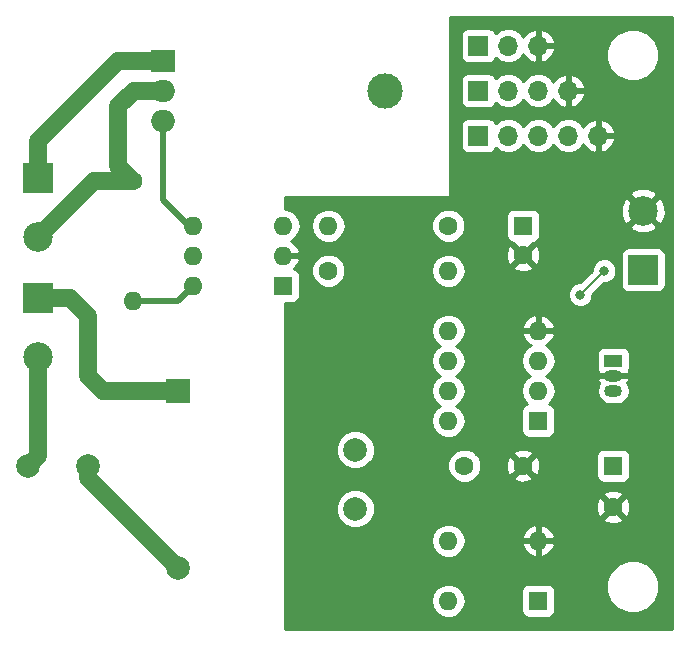
<source format=gbl>
G04 #@! TF.GenerationSoftware,KiCad,Pcbnew,5.0.0+dfsg1-2~bpo9+1*
G04 #@! TF.CreationDate,2018-10-31T22:12:08+01:00*
G04 #@! TF.ProjectId,minipid,6D696E697069642E6B696361645F7063,rev?*
G04 #@! TF.SameCoordinates,Original*
G04 #@! TF.FileFunction,Copper,L2,Bot,Signal*
G04 #@! TF.FilePolarity,Positive*
%FSLAX46Y46*%
G04 Gerber Fmt 4.6, Leading zero omitted, Abs format (unit mm)*
G04 Created by KiCad (PCBNEW 5.0.0+dfsg1-2~bpo9+1) date Wed Oct 31 22:12:08 2018*
%MOMM*%
%LPD*%
G01*
G04 APERTURE LIST*
G04 #@! TA.AperFunction,ComponentPad*
%ADD10C,2.000000*%
G04 #@! TD*
G04 #@! TA.AperFunction,ComponentPad*
%ADD11R,2.000000X2.000000*%
G04 #@! TD*
G04 #@! TA.AperFunction,ComponentPad*
%ADD12C,3.000000*%
G04 #@! TD*
G04 #@! TA.AperFunction,ComponentPad*
%ADD13O,1.600000X1.600000*%
G04 #@! TD*
G04 #@! TA.AperFunction,ComponentPad*
%ADD14R,1.600000X1.600000*%
G04 #@! TD*
G04 #@! TA.AperFunction,ComponentPad*
%ADD15R,2.000000X1.905000*%
G04 #@! TD*
G04 #@! TA.AperFunction,ComponentPad*
%ADD16O,2.000000X1.905000*%
G04 #@! TD*
G04 #@! TA.AperFunction,ComponentPad*
%ADD17O,1.500000X1.050000*%
G04 #@! TD*
G04 #@! TA.AperFunction,ComponentPad*
%ADD18R,1.500000X1.050000*%
G04 #@! TD*
G04 #@! TA.AperFunction,ComponentPad*
%ADD19C,1.600000*%
G04 #@! TD*
G04 #@! TA.AperFunction,ComponentPad*
%ADD20R,2.500000X2.500000*%
G04 #@! TD*
G04 #@! TA.AperFunction,ComponentPad*
%ADD21C,2.500000*%
G04 #@! TD*
G04 #@! TA.AperFunction,ComponentPad*
%ADD22R,1.700000X1.700000*%
G04 #@! TD*
G04 #@! TA.AperFunction,ComponentPad*
%ADD23O,1.700000X1.700000*%
G04 #@! TD*
G04 #@! TA.AperFunction,ViaPad*
%ADD24C,0.800000*%
G04 #@! TD*
G04 #@! TA.AperFunction,Conductor*
%ADD25C,1.500000*%
G04 #@! TD*
G04 #@! TA.AperFunction,Conductor*
%ADD26C,0.200000*%
G04 #@! TD*
G04 #@! TA.AperFunction,Conductor*
%ADD27C,0.500000*%
G04 #@! TD*
G04 #@! TA.AperFunction,Conductor*
%ADD28C,0.254000*%
G04 #@! TD*
G04 APERTURE END LIST*
D10*
G04 #@! TO.P,TR1,7*
G04 #@! TO.N,Net-(D1-Pad3)*
X81510000Y-128410000D03*
G04 #@! TO.P,TR1,6*
G04 #@! TO.N,Net-(D1-Pad4)*
X81510000Y-133410000D03*
G04 #@! TO.P,TR1,4*
G04 #@! TO.N,Net-(F1-Pad2)*
X66510000Y-138410000D03*
D11*
G04 #@! TO.P,TR1,1*
G04 #@! TO.N,Net-(J1-Pad1)*
X66510000Y-123410000D03*
G04 #@! TD*
D12*
G04 #@! TO.P,HS1,1*
G04 #@! TO.N,Net-(HS1-Pad1)*
X84036000Y-98010000D03*
G04 #@! TD*
D13*
G04 #@! TO.P,D1,4*
G04 #@! TO.N,Net-(D1-Pad4)*
X89370000Y-141190000D03*
G04 #@! TO.P,D1,2*
G04 #@! TO.N,GND*
X96990000Y-136110000D03*
G04 #@! TO.P,D1,3*
G04 #@! TO.N,Net-(D1-Pad3)*
X89370000Y-136110000D03*
D14*
G04 #@! TO.P,D1,1*
G04 #@! TO.N,Net-(C2-Pad1)*
X96990000Y-141190000D03*
G04 #@! TD*
D15*
G04 #@! TO.P,D2,1*
G04 #@! TO.N,Net-(D2-Pad1)*
X65240000Y-95470000D03*
D16*
G04 #@! TO.P,D2,2*
G04 #@! TO.N,Net-(D2-Pad2)*
X65240000Y-98010000D03*
G04 #@! TO.P,D2,3*
G04 #@! TO.N,Net-(D2-Pad3)*
X65240000Y-100550000D03*
G04 #@! TD*
D17*
G04 #@! TO.P,U2,2*
G04 #@! TO.N,GND*
X103340000Y-122140000D03*
G04 #@! TO.P,U2,3*
G04 #@! TO.N,Net-(C2-Pad1)*
X103340000Y-123410000D03*
D18*
G04 #@! TO.P,U2,1*
G04 #@! TO.N,VCC*
X103340000Y-120870000D03*
G04 #@! TD*
D14*
G04 #@! TO.P,U3,1*
G04 #@! TO.N,Net-(R1-Pad1)*
X75400000Y-114520000D03*
D13*
G04 #@! TO.P,U3,4*
G04 #@! TO.N,Net-(D2-Pad3)*
X67780000Y-109440000D03*
G04 #@! TO.P,U3,2*
G04 #@! TO.N,GND*
X75400000Y-111980000D03*
G04 #@! TO.P,U3,5*
G04 #@! TO.N,Net-(U3-Pad5)*
X67780000Y-111980000D03*
G04 #@! TO.P,U3,3*
G04 #@! TO.N,Net-(U3-Pad3)*
X75400000Y-109440000D03*
G04 #@! TO.P,U3,6*
G04 #@! TO.N,Net-(R2-Pad2)*
X67780000Y-114520000D03*
G04 #@! TD*
D14*
G04 #@! TO.P,U1,1*
G04 #@! TO.N,RST#*
X96990000Y-125950000D03*
D13*
G04 #@! TO.P,U1,5*
G04 #@! TO.N,MOSI_SDA_RX*
X89370000Y-118330000D03*
G04 #@! TO.P,U1,2*
G04 #@! TO.N,AIN*
X96990000Y-123410000D03*
G04 #@! TO.P,U1,6*
G04 #@! TO.N,MISO_TX*
X89370000Y-120870000D03*
G04 #@! TO.P,U1,3*
G04 #@! TO.N,OUT*
X96990000Y-120870000D03*
G04 #@! TO.P,U1,7*
G04 #@! TO.N,SCK_SCL*
X89370000Y-123410000D03*
G04 #@! TO.P,U1,4*
G04 #@! TO.N,GND*
X96990000Y-118330000D03*
G04 #@! TO.P,U1,8*
G04 #@! TO.N,VCC*
X89370000Y-125950000D03*
G04 #@! TD*
D14*
G04 #@! TO.P,C3,1*
G04 #@! TO.N,VCC*
X95720000Y-109440000D03*
D19*
G04 #@! TO.P,C3,2*
G04 #@! TO.N,GND*
X95720000Y-111940000D03*
G04 #@! TD*
D14*
G04 #@! TO.P,C2,1*
G04 #@! TO.N,Net-(C2-Pad1)*
X103340000Y-129760000D03*
D19*
G04 #@! TO.P,C2,2*
G04 #@! TO.N,GND*
X103340000Y-133260000D03*
G04 #@! TD*
G04 #@! TO.P,C1,1*
G04 #@! TO.N,VCC*
X90720000Y-129760000D03*
G04 #@! TO.P,C1,2*
G04 #@! TO.N,GND*
X95720000Y-129760000D03*
G04 #@! TD*
D13*
G04 #@! TO.P,R1,2*
G04 #@! TO.N,OUT*
X89370000Y-113250000D03*
D19*
G04 #@! TO.P,R1,1*
G04 #@! TO.N,Net-(R1-Pad1)*
X79210000Y-113250000D03*
G04 #@! TD*
G04 #@! TO.P,R3,1*
G04 #@! TO.N,VCC*
X89370000Y-109440000D03*
D13*
G04 #@! TO.P,R3,2*
G04 #@! TO.N,AIN*
X79210000Y-109440000D03*
G04 #@! TD*
D20*
G04 #@! TO.P,J1,1*
G04 #@! TO.N,Net-(J1-Pad1)*
X54610000Y-115570000D03*
D21*
G04 #@! TO.P,J1,2*
G04 #@! TO.N,Net-(F1-Pad1)*
X54610000Y-120570000D03*
G04 #@! TD*
G04 #@! TO.P,J2,2*
G04 #@! TO.N,Net-(D2-Pad2)*
X54610000Y-110410000D03*
D20*
G04 #@! TO.P,J2,1*
G04 #@! TO.N,Net-(D2-Pad1)*
X54610000Y-105410000D03*
G04 #@! TD*
G04 #@! TO.P,J3,1*
G04 #@! TO.N,AIN*
X105880000Y-113170000D03*
D21*
G04 #@! TO.P,J3,2*
G04 #@! TO.N,GND*
X105880000Y-108170000D03*
G04 #@! TD*
D22*
G04 #@! TO.P,J4,1*
G04 #@! TO.N,RST#*
X91910000Y-101820000D03*
D23*
G04 #@! TO.P,J4,2*
G04 #@! TO.N,SCK_SCL*
X94450000Y-101820000D03*
G04 #@! TO.P,J4,3*
G04 #@! TO.N,MOSI_SDA_RX*
X96990000Y-101820000D03*
G04 #@! TO.P,J4,4*
G04 #@! TO.N,MISO_TX*
X99530000Y-101820000D03*
G04 #@! TO.P,J4,5*
G04 #@! TO.N,GND*
X102070000Y-101820000D03*
G04 #@! TD*
D22*
G04 #@! TO.P,J5,1*
G04 #@! TO.N,SCK_SCL*
X91910000Y-98010000D03*
D23*
G04 #@! TO.P,J5,2*
G04 #@! TO.N,MOSI_SDA_RX*
X94450000Y-98010000D03*
G04 #@! TO.P,J5,3*
G04 #@! TO.N,VCC*
X96990000Y-98010000D03*
G04 #@! TO.P,J5,4*
G04 #@! TO.N,GND*
X99530000Y-98010000D03*
G04 #@! TD*
D22*
G04 #@! TO.P,J6,1*
G04 #@! TO.N,MISO_TX*
X91910000Y-94200000D03*
D23*
G04 #@! TO.P,J6,2*
G04 #@! TO.N,MOSI_SDA_RX*
X94450000Y-94200000D03*
G04 #@! TO.P,J6,3*
G04 #@! TO.N,GND*
X96990000Y-94200000D03*
G04 #@! TD*
D10*
G04 #@! TO.P,F1,1*
G04 #@! TO.N,Net-(F1-Pad1)*
X53810000Y-129760000D03*
G04 #@! TO.P,F1,2*
G04 #@! TO.N,Net-(F1-Pad2)*
X58890000Y-129770000D03*
G04 #@! TD*
D19*
G04 #@! TO.P,R2,1*
G04 #@! TO.N,Net-(D2-Pad2)*
X62700000Y-105630000D03*
D13*
G04 #@! TO.P,R2,2*
G04 #@! TO.N,Net-(R2-Pad2)*
X62700000Y-115790000D03*
G04 #@! TD*
D24*
G04 #@! TO.N,AIN*
X102578000Y-113250000D03*
X100546000Y-115282000D03*
G04 #@! TD*
D25*
G04 #@! TO.N,Net-(F1-Pad2)*
X58890000Y-130790000D02*
X66510000Y-138410000D01*
X58890000Y-129770000D02*
X58890000Y-130790000D01*
D26*
G04 #@! TO.N,AIN*
X102578000Y-113250000D02*
X100546000Y-115282000D01*
D25*
G04 #@! TO.N,Net-(D2-Pad1)*
X65240000Y-95470000D02*
X61430000Y-95470000D01*
X54610000Y-102290000D02*
X54610000Y-105410000D01*
X61430000Y-95470000D02*
X54610000Y-102290000D01*
G04 #@! TO.N,Net-(D2-Pad2)*
X62740000Y-98010000D02*
X61430000Y-99320000D01*
X65240000Y-98010000D02*
X62740000Y-98010000D01*
X61430000Y-104360000D02*
X62700000Y-105630000D01*
X61430000Y-99320000D02*
X61430000Y-104360000D01*
X59390000Y-105630000D02*
X54610000Y-110410000D01*
X62700000Y-105630000D02*
X59390000Y-105630000D01*
D27*
G04 #@! TO.N,Net-(D2-Pad3)*
X67380000Y-109440000D02*
X67780000Y-109440000D01*
X65240000Y-107300000D02*
X67380000Y-109440000D01*
X65240000Y-100550000D02*
X65240000Y-107300000D01*
D25*
G04 #@! TO.N,Net-(F1-Pad1)*
X54610000Y-128960000D02*
X53810000Y-129760000D01*
X54610000Y-120570000D02*
X54610000Y-128960000D01*
D27*
G04 #@! TO.N,Net-(R2-Pad2)*
X66510000Y-115790000D02*
X67780000Y-114520000D01*
X62700000Y-115790000D02*
X66510000Y-115790000D01*
D25*
G04 #@! TO.N,Net-(J1-Pad1)*
X57360000Y-115570000D02*
X58890000Y-117100000D01*
X54610000Y-115570000D02*
X57360000Y-115570000D01*
X58890000Y-117100000D02*
X58890000Y-122140000D01*
X60160000Y-123410000D02*
X66510000Y-123410000D01*
X58890000Y-122140000D02*
X60160000Y-123410000D01*
G04 #@! TD*
D28*
G04 #@! TO.N,GND*
G36*
X108293000Y-143603000D02*
X75527000Y-143603000D01*
X75527000Y-141190000D01*
X87906887Y-141190000D01*
X88018260Y-141749909D01*
X88335423Y-142224577D01*
X88810091Y-142541740D01*
X89228667Y-142625000D01*
X89511333Y-142625000D01*
X89929909Y-142541740D01*
X90404577Y-142224577D01*
X90721740Y-141749909D01*
X90833113Y-141190000D01*
X90721740Y-140630091D01*
X90561317Y-140390000D01*
X95542560Y-140390000D01*
X95542560Y-141990000D01*
X95591843Y-142237765D01*
X95732191Y-142447809D01*
X95942235Y-142588157D01*
X96190000Y-142637440D01*
X97790000Y-142637440D01*
X98037765Y-142588157D01*
X98247809Y-142447809D01*
X98388157Y-142237765D01*
X98437440Y-141990000D01*
X98437440Y-140390000D01*
X98388157Y-140142235D01*
X98247809Y-139932191D01*
X98037765Y-139791843D01*
X97790000Y-139742560D01*
X96190000Y-139742560D01*
X95942235Y-139791843D01*
X95732191Y-139932191D01*
X95591843Y-140142235D01*
X95542560Y-140390000D01*
X90561317Y-140390000D01*
X90404577Y-140155423D01*
X89929909Y-139838260D01*
X89511333Y-139755000D01*
X89228667Y-139755000D01*
X88810091Y-139838260D01*
X88335423Y-140155423D01*
X88018260Y-140630091D01*
X87906887Y-141190000D01*
X75527000Y-141190000D01*
X75527000Y-139555431D01*
X102765000Y-139555431D01*
X102765000Y-140444569D01*
X103105259Y-141266026D01*
X103733974Y-141894741D01*
X104555431Y-142235000D01*
X105444569Y-142235000D01*
X106266026Y-141894741D01*
X106894741Y-141266026D01*
X107235000Y-140444569D01*
X107235000Y-139555431D01*
X106894741Y-138733974D01*
X106266026Y-138105259D01*
X105444569Y-137765000D01*
X104555431Y-137765000D01*
X103733974Y-138105259D01*
X103105259Y-138733974D01*
X102765000Y-139555431D01*
X75527000Y-139555431D01*
X75527000Y-136110000D01*
X87906887Y-136110000D01*
X88018260Y-136669909D01*
X88335423Y-137144577D01*
X88810091Y-137461740D01*
X89228667Y-137545000D01*
X89511333Y-137545000D01*
X89929909Y-137461740D01*
X90404577Y-137144577D01*
X90721740Y-136669909D01*
X90763684Y-136459039D01*
X95598096Y-136459039D01*
X95758959Y-136847423D01*
X96134866Y-137262389D01*
X96640959Y-137501914D01*
X96863000Y-137380629D01*
X96863000Y-136237000D01*
X97117000Y-136237000D01*
X97117000Y-137380629D01*
X97339041Y-137501914D01*
X97845134Y-137262389D01*
X98221041Y-136847423D01*
X98381904Y-136459039D01*
X98259915Y-136237000D01*
X97117000Y-136237000D01*
X96863000Y-136237000D01*
X95720085Y-136237000D01*
X95598096Y-136459039D01*
X90763684Y-136459039D01*
X90833113Y-136110000D01*
X90763685Y-135760961D01*
X95598096Y-135760961D01*
X95720085Y-135983000D01*
X96863000Y-135983000D01*
X96863000Y-134839371D01*
X97117000Y-134839371D01*
X97117000Y-135983000D01*
X98259915Y-135983000D01*
X98381904Y-135760961D01*
X98221041Y-135372577D01*
X97845134Y-134957611D01*
X97339041Y-134718086D01*
X97117000Y-134839371D01*
X96863000Y-134839371D01*
X96640959Y-134718086D01*
X96134866Y-134957611D01*
X95758959Y-135372577D01*
X95598096Y-135760961D01*
X90763685Y-135760961D01*
X90721740Y-135550091D01*
X90404577Y-135075423D01*
X89929909Y-134758260D01*
X89511333Y-134675000D01*
X89228667Y-134675000D01*
X88810091Y-134758260D01*
X88335423Y-135075423D01*
X88018260Y-135550091D01*
X87906887Y-136110000D01*
X75527000Y-136110000D01*
X75527000Y-133084778D01*
X79875000Y-133084778D01*
X79875000Y-133735222D01*
X80123914Y-134336153D01*
X80583847Y-134796086D01*
X81184778Y-135045000D01*
X81835222Y-135045000D01*
X82436153Y-134796086D01*
X82896086Y-134336153D01*
X82924421Y-134267745D01*
X102511861Y-134267745D01*
X102585995Y-134513864D01*
X103123223Y-134706965D01*
X103693454Y-134679778D01*
X104094005Y-134513864D01*
X104168139Y-134267745D01*
X103340000Y-133439605D01*
X102511861Y-134267745D01*
X82924421Y-134267745D01*
X83145000Y-133735222D01*
X83145000Y-133084778D01*
X83127788Y-133043223D01*
X101893035Y-133043223D01*
X101920222Y-133613454D01*
X102086136Y-134014005D01*
X102332255Y-134088139D01*
X103160395Y-133260000D01*
X103519605Y-133260000D01*
X104347745Y-134088139D01*
X104593864Y-134014005D01*
X104786965Y-133476777D01*
X104759778Y-132906546D01*
X104593864Y-132505995D01*
X104347745Y-132431861D01*
X103519605Y-133260000D01*
X103160395Y-133260000D01*
X102332255Y-132431861D01*
X102086136Y-132505995D01*
X101893035Y-133043223D01*
X83127788Y-133043223D01*
X82896086Y-132483847D01*
X82664494Y-132252255D01*
X102511861Y-132252255D01*
X103340000Y-133080395D01*
X104168139Y-132252255D01*
X104094005Y-132006136D01*
X103556777Y-131813035D01*
X102986546Y-131840222D01*
X102585995Y-132006136D01*
X102511861Y-132252255D01*
X82664494Y-132252255D01*
X82436153Y-132023914D01*
X81835222Y-131775000D01*
X81184778Y-131775000D01*
X80583847Y-132023914D01*
X80123914Y-132483847D01*
X79875000Y-133084778D01*
X75527000Y-133084778D01*
X75527000Y-128084778D01*
X79875000Y-128084778D01*
X79875000Y-128735222D01*
X80123914Y-129336153D01*
X80583847Y-129796086D01*
X81184778Y-130045000D01*
X81835222Y-130045000D01*
X82436153Y-129796086D01*
X82757678Y-129474561D01*
X89285000Y-129474561D01*
X89285000Y-130045439D01*
X89503466Y-130572862D01*
X89907138Y-130976534D01*
X90434561Y-131195000D01*
X91005439Y-131195000D01*
X91532862Y-130976534D01*
X91741651Y-130767745D01*
X94891861Y-130767745D01*
X94965995Y-131013864D01*
X95503223Y-131206965D01*
X96073454Y-131179778D01*
X96474005Y-131013864D01*
X96548139Y-130767745D01*
X95720000Y-129939605D01*
X94891861Y-130767745D01*
X91741651Y-130767745D01*
X91936534Y-130572862D01*
X92155000Y-130045439D01*
X92155000Y-129543223D01*
X94273035Y-129543223D01*
X94300222Y-130113454D01*
X94466136Y-130514005D01*
X94712255Y-130588139D01*
X95540395Y-129760000D01*
X95899605Y-129760000D01*
X96727745Y-130588139D01*
X96973864Y-130514005D01*
X97166965Y-129976777D01*
X97139778Y-129406546D01*
X96973864Y-129005995D01*
X96821165Y-128960000D01*
X101892560Y-128960000D01*
X101892560Y-130560000D01*
X101941843Y-130807765D01*
X102082191Y-131017809D01*
X102292235Y-131158157D01*
X102540000Y-131207440D01*
X104140000Y-131207440D01*
X104387765Y-131158157D01*
X104597809Y-131017809D01*
X104738157Y-130807765D01*
X104787440Y-130560000D01*
X104787440Y-128960000D01*
X104738157Y-128712235D01*
X104597809Y-128502191D01*
X104387765Y-128361843D01*
X104140000Y-128312560D01*
X102540000Y-128312560D01*
X102292235Y-128361843D01*
X102082191Y-128502191D01*
X101941843Y-128712235D01*
X101892560Y-128960000D01*
X96821165Y-128960000D01*
X96727745Y-128931861D01*
X95899605Y-129760000D01*
X95540395Y-129760000D01*
X94712255Y-128931861D01*
X94466136Y-129005995D01*
X94273035Y-129543223D01*
X92155000Y-129543223D01*
X92155000Y-129474561D01*
X91936534Y-128947138D01*
X91741651Y-128752255D01*
X94891861Y-128752255D01*
X95720000Y-129580395D01*
X96548139Y-128752255D01*
X96474005Y-128506136D01*
X95936777Y-128313035D01*
X95366546Y-128340222D01*
X94965995Y-128506136D01*
X94891861Y-128752255D01*
X91741651Y-128752255D01*
X91532862Y-128543466D01*
X91005439Y-128325000D01*
X90434561Y-128325000D01*
X89907138Y-128543466D01*
X89503466Y-128947138D01*
X89285000Y-129474561D01*
X82757678Y-129474561D01*
X82896086Y-129336153D01*
X83145000Y-128735222D01*
X83145000Y-128084778D01*
X82896086Y-127483847D01*
X82436153Y-127023914D01*
X81835222Y-126775000D01*
X81184778Y-126775000D01*
X80583847Y-127023914D01*
X80123914Y-127483847D01*
X79875000Y-128084778D01*
X75527000Y-128084778D01*
X75527000Y-118330000D01*
X87906887Y-118330000D01*
X88018260Y-118889909D01*
X88335423Y-119364577D01*
X88687758Y-119600000D01*
X88335423Y-119835423D01*
X88018260Y-120310091D01*
X87906887Y-120870000D01*
X88018260Y-121429909D01*
X88335423Y-121904577D01*
X88687758Y-122140000D01*
X88335423Y-122375423D01*
X88018260Y-122850091D01*
X87906887Y-123410000D01*
X88018260Y-123969909D01*
X88335423Y-124444577D01*
X88687758Y-124680000D01*
X88335423Y-124915423D01*
X88018260Y-125390091D01*
X87906887Y-125950000D01*
X88018260Y-126509909D01*
X88335423Y-126984577D01*
X88810091Y-127301740D01*
X89228667Y-127385000D01*
X89511333Y-127385000D01*
X89929909Y-127301740D01*
X90404577Y-126984577D01*
X90721740Y-126509909D01*
X90833113Y-125950000D01*
X90721740Y-125390091D01*
X90404577Y-124915423D01*
X90052242Y-124680000D01*
X90404577Y-124444577D01*
X90721740Y-123969909D01*
X90833113Y-123410000D01*
X90721740Y-122850091D01*
X90404577Y-122375423D01*
X90052242Y-122140000D01*
X90404577Y-121904577D01*
X90721740Y-121429909D01*
X90833113Y-120870000D01*
X95526887Y-120870000D01*
X95638260Y-121429909D01*
X95955423Y-121904577D01*
X96307758Y-122140000D01*
X95955423Y-122375423D01*
X95638260Y-122850091D01*
X95526887Y-123410000D01*
X95638260Y-123969909D01*
X95955423Y-124444577D01*
X96076106Y-124525215D01*
X95942235Y-124551843D01*
X95732191Y-124692191D01*
X95591843Y-124902235D01*
X95542560Y-125150000D01*
X95542560Y-126750000D01*
X95591843Y-126997765D01*
X95732191Y-127207809D01*
X95942235Y-127348157D01*
X96190000Y-127397440D01*
X97790000Y-127397440D01*
X98037765Y-127348157D01*
X98247809Y-127207809D01*
X98388157Y-126997765D01*
X98437440Y-126750000D01*
X98437440Y-125150000D01*
X98388157Y-124902235D01*
X98247809Y-124692191D01*
X98037765Y-124551843D01*
X97903894Y-124525215D01*
X98024577Y-124444577D01*
X98341740Y-123969909D01*
X98453113Y-123410000D01*
X101932275Y-123410000D01*
X102022305Y-123862609D01*
X102278687Y-124246313D01*
X102662391Y-124502695D01*
X103000754Y-124570000D01*
X103679246Y-124570000D01*
X104017609Y-124502695D01*
X104401313Y-124246313D01*
X104657695Y-123862609D01*
X104747725Y-123410000D01*
X104657695Y-122957391D01*
X104529146Y-122765004D01*
X104675266Y-122507336D01*
X104683964Y-122445810D01*
X104558163Y-122267000D01*
X103764710Y-122267000D01*
X103679246Y-122250000D01*
X103000754Y-122250000D01*
X102915290Y-122267000D01*
X102121837Y-122267000D01*
X101996036Y-122445810D01*
X102004734Y-122507336D01*
X102150854Y-122765004D01*
X102022305Y-122957391D01*
X101932275Y-123410000D01*
X98453113Y-123410000D01*
X98341740Y-122850091D01*
X98024577Y-122375423D01*
X97672242Y-122140000D01*
X98024577Y-121904577D01*
X98341740Y-121429909D01*
X98453113Y-120870000D01*
X98348684Y-120345000D01*
X101942560Y-120345000D01*
X101942560Y-121395000D01*
X101991843Y-121642765D01*
X102038662Y-121712835D01*
X102004734Y-121772664D01*
X101996036Y-121834190D01*
X102121837Y-122013000D01*
X102441994Y-122013000D01*
X102590000Y-122042440D01*
X104090000Y-122042440D01*
X104238006Y-122013000D01*
X104558163Y-122013000D01*
X104683964Y-121834190D01*
X104675266Y-121772664D01*
X104641338Y-121712835D01*
X104688157Y-121642765D01*
X104737440Y-121395000D01*
X104737440Y-120345000D01*
X104688157Y-120097235D01*
X104547809Y-119887191D01*
X104337765Y-119746843D01*
X104090000Y-119697560D01*
X102590000Y-119697560D01*
X102342235Y-119746843D01*
X102132191Y-119887191D01*
X101991843Y-120097235D01*
X101942560Y-120345000D01*
X98348684Y-120345000D01*
X98341740Y-120310091D01*
X98024577Y-119835423D01*
X97640892Y-119579053D01*
X97845134Y-119482389D01*
X98221041Y-119067423D01*
X98381904Y-118679039D01*
X98259915Y-118457000D01*
X97117000Y-118457000D01*
X97117000Y-118477000D01*
X96863000Y-118477000D01*
X96863000Y-118457000D01*
X95720085Y-118457000D01*
X95598096Y-118679039D01*
X95758959Y-119067423D01*
X96134866Y-119482389D01*
X96339108Y-119579053D01*
X95955423Y-119835423D01*
X95638260Y-120310091D01*
X95526887Y-120870000D01*
X90833113Y-120870000D01*
X90721740Y-120310091D01*
X90404577Y-119835423D01*
X90052242Y-119600000D01*
X90404577Y-119364577D01*
X90721740Y-118889909D01*
X90833113Y-118330000D01*
X90763685Y-117980961D01*
X95598096Y-117980961D01*
X95720085Y-118203000D01*
X96863000Y-118203000D01*
X96863000Y-117059371D01*
X97117000Y-117059371D01*
X97117000Y-118203000D01*
X98259915Y-118203000D01*
X98381904Y-117980961D01*
X98221041Y-117592577D01*
X97845134Y-117177611D01*
X97339041Y-116938086D01*
X97117000Y-117059371D01*
X96863000Y-117059371D01*
X96640959Y-116938086D01*
X96134866Y-117177611D01*
X95758959Y-117592577D01*
X95598096Y-117980961D01*
X90763685Y-117980961D01*
X90721740Y-117770091D01*
X90404577Y-117295423D01*
X89929909Y-116978260D01*
X89511333Y-116895000D01*
X89228667Y-116895000D01*
X88810091Y-116978260D01*
X88335423Y-117295423D01*
X88018260Y-117770091D01*
X87906887Y-118330000D01*
X75527000Y-118330000D01*
X75527000Y-115967440D01*
X76200000Y-115967440D01*
X76447765Y-115918157D01*
X76657809Y-115777809D01*
X76798157Y-115567765D01*
X76847440Y-115320000D01*
X76847440Y-115076126D01*
X99511000Y-115076126D01*
X99511000Y-115487874D01*
X99668569Y-115868280D01*
X99959720Y-116159431D01*
X100340126Y-116317000D01*
X100751874Y-116317000D01*
X101132280Y-116159431D01*
X101423431Y-115868280D01*
X101581000Y-115487874D01*
X101581000Y-115286446D01*
X102582447Y-114285000D01*
X102783874Y-114285000D01*
X103164280Y-114127431D01*
X103455431Y-113836280D01*
X103613000Y-113455874D01*
X103613000Y-113044126D01*
X103455431Y-112663720D01*
X103164280Y-112372569D01*
X102783874Y-112215000D01*
X102372126Y-112215000D01*
X101991720Y-112372569D01*
X101700569Y-112663720D01*
X101543000Y-113044126D01*
X101543000Y-113245553D01*
X100541554Y-114247000D01*
X100340126Y-114247000D01*
X99959720Y-114404569D01*
X99668569Y-114695720D01*
X99511000Y-115076126D01*
X76847440Y-115076126D01*
X76847440Y-113720000D01*
X76798157Y-113472235D01*
X76657809Y-113262191D01*
X76447765Y-113121843D01*
X76292639Y-113090987D01*
X76407165Y-112964561D01*
X77775000Y-112964561D01*
X77775000Y-113535439D01*
X77993466Y-114062862D01*
X78397138Y-114466534D01*
X78924561Y-114685000D01*
X79495439Y-114685000D01*
X80022862Y-114466534D01*
X80426534Y-114062862D01*
X80645000Y-113535439D01*
X80645000Y-113250000D01*
X87906887Y-113250000D01*
X88018260Y-113809909D01*
X88335423Y-114284577D01*
X88810091Y-114601740D01*
X89228667Y-114685000D01*
X89511333Y-114685000D01*
X89929909Y-114601740D01*
X90404577Y-114284577D01*
X90721740Y-113809909D01*
X90833113Y-113250000D01*
X90772991Y-112947745D01*
X94891861Y-112947745D01*
X94965995Y-113193864D01*
X95503223Y-113386965D01*
X96073454Y-113359778D01*
X96474005Y-113193864D01*
X96548139Y-112947745D01*
X95720000Y-112119605D01*
X94891861Y-112947745D01*
X90772991Y-112947745D01*
X90721740Y-112690091D01*
X90404577Y-112215423D01*
X89929909Y-111898260D01*
X89511333Y-111815000D01*
X89228667Y-111815000D01*
X88810091Y-111898260D01*
X88335423Y-112215423D01*
X88018260Y-112690091D01*
X87906887Y-113250000D01*
X80645000Y-113250000D01*
X80645000Y-112964561D01*
X80426534Y-112437138D01*
X80022862Y-112033466D01*
X79495439Y-111815000D01*
X78924561Y-111815000D01*
X78397138Y-112033466D01*
X77993466Y-112437138D01*
X77775000Y-112964561D01*
X76407165Y-112964561D01*
X76631041Y-112717423D01*
X76791904Y-112329039D01*
X76669915Y-112107000D01*
X75527000Y-112107000D01*
X75527000Y-111853000D01*
X76669915Y-111853000D01*
X76741214Y-111723223D01*
X94273035Y-111723223D01*
X94300222Y-112293454D01*
X94466136Y-112694005D01*
X94712255Y-112768139D01*
X95540395Y-111940000D01*
X95899605Y-111940000D01*
X96727745Y-112768139D01*
X96973864Y-112694005D01*
X97166965Y-112156777D01*
X97155677Y-111920000D01*
X103982560Y-111920000D01*
X103982560Y-114420000D01*
X104031843Y-114667765D01*
X104172191Y-114877809D01*
X104382235Y-115018157D01*
X104630000Y-115067440D01*
X107130000Y-115067440D01*
X107377765Y-115018157D01*
X107587809Y-114877809D01*
X107728157Y-114667765D01*
X107777440Y-114420000D01*
X107777440Y-111920000D01*
X107728157Y-111672235D01*
X107587809Y-111462191D01*
X107377765Y-111321843D01*
X107130000Y-111272560D01*
X104630000Y-111272560D01*
X104382235Y-111321843D01*
X104172191Y-111462191D01*
X104031843Y-111672235D01*
X103982560Y-111920000D01*
X97155677Y-111920000D01*
X97139778Y-111586546D01*
X96973864Y-111185995D01*
X96727745Y-111111861D01*
X95899605Y-111940000D01*
X95540395Y-111940000D01*
X94712255Y-111111861D01*
X94466136Y-111185995D01*
X94273035Y-111723223D01*
X76741214Y-111723223D01*
X76791904Y-111630961D01*
X76631041Y-111242577D01*
X76255134Y-110827611D01*
X76050892Y-110730947D01*
X76434577Y-110474577D01*
X76751740Y-109999909D01*
X76863113Y-109440000D01*
X77746887Y-109440000D01*
X77858260Y-109999909D01*
X78175423Y-110474577D01*
X78650091Y-110791740D01*
X79068667Y-110875000D01*
X79351333Y-110875000D01*
X79769909Y-110791740D01*
X80244577Y-110474577D01*
X80561740Y-109999909D01*
X80673113Y-109440000D01*
X80616336Y-109154561D01*
X87935000Y-109154561D01*
X87935000Y-109725439D01*
X88153466Y-110252862D01*
X88557138Y-110656534D01*
X89084561Y-110875000D01*
X89655439Y-110875000D01*
X90182862Y-110656534D01*
X90586534Y-110252862D01*
X90805000Y-109725439D01*
X90805000Y-109154561D01*
X90591862Y-108640000D01*
X94272560Y-108640000D01*
X94272560Y-110240000D01*
X94321843Y-110487765D01*
X94462191Y-110697809D01*
X94672235Y-110838157D01*
X94906187Y-110884693D01*
X94891861Y-110932255D01*
X95720000Y-111760395D01*
X96548139Y-110932255D01*
X96533813Y-110884693D01*
X96767765Y-110838157D01*
X96977809Y-110697809D01*
X97118157Y-110487765D01*
X97167440Y-110240000D01*
X97167440Y-109503320D01*
X104726285Y-109503320D01*
X104855533Y-109796123D01*
X105555806Y-110064388D01*
X106305435Y-110044250D01*
X106904467Y-109796123D01*
X107033715Y-109503320D01*
X105880000Y-108349605D01*
X104726285Y-109503320D01*
X97167440Y-109503320D01*
X97167440Y-108640000D01*
X97118157Y-108392235D01*
X96977809Y-108182191D01*
X96767765Y-108041843D01*
X96520000Y-107992560D01*
X94920000Y-107992560D01*
X94672235Y-108041843D01*
X94462191Y-108182191D01*
X94321843Y-108392235D01*
X94272560Y-108640000D01*
X90591862Y-108640000D01*
X90586534Y-108627138D01*
X90182862Y-108223466D01*
X89655439Y-108005000D01*
X89084561Y-108005000D01*
X88557138Y-108223466D01*
X88153466Y-108627138D01*
X87935000Y-109154561D01*
X80616336Y-109154561D01*
X80561740Y-108880091D01*
X80244577Y-108405423D01*
X79769909Y-108088260D01*
X79351333Y-108005000D01*
X79068667Y-108005000D01*
X78650091Y-108088260D01*
X78175423Y-108405423D01*
X77858260Y-108880091D01*
X77746887Y-109440000D01*
X76863113Y-109440000D01*
X76751740Y-108880091D01*
X76434577Y-108405423D01*
X75959909Y-108088260D01*
X75541333Y-108005000D01*
X75527000Y-108005000D01*
X75527000Y-107845806D01*
X103985612Y-107845806D01*
X104005750Y-108595435D01*
X104253877Y-109194467D01*
X104546680Y-109323715D01*
X105700395Y-108170000D01*
X106059605Y-108170000D01*
X107213320Y-109323715D01*
X107506123Y-109194467D01*
X107774388Y-108494194D01*
X107754250Y-107744565D01*
X107506123Y-107145533D01*
X107213320Y-107016285D01*
X106059605Y-108170000D01*
X105700395Y-108170000D01*
X104546680Y-107016285D01*
X104253877Y-107145533D01*
X103985612Y-107845806D01*
X75527000Y-107845806D01*
X75527000Y-107027000D01*
X89370000Y-107027000D01*
X89418601Y-107017333D01*
X89459803Y-106989803D01*
X89487333Y-106948601D01*
X89497000Y-106900000D01*
X89497000Y-106836680D01*
X104726285Y-106836680D01*
X105880000Y-107990395D01*
X107033715Y-106836680D01*
X106904467Y-106543877D01*
X106204194Y-106275612D01*
X105454565Y-106295750D01*
X104855533Y-106543877D01*
X104726285Y-106836680D01*
X89497000Y-106836680D01*
X89497000Y-100970000D01*
X90412560Y-100970000D01*
X90412560Y-102670000D01*
X90461843Y-102917765D01*
X90602191Y-103127809D01*
X90812235Y-103268157D01*
X91060000Y-103317440D01*
X92760000Y-103317440D01*
X93007765Y-103268157D01*
X93217809Y-103127809D01*
X93358157Y-102917765D01*
X93367184Y-102872381D01*
X93379375Y-102890625D01*
X93870582Y-103218839D01*
X94303744Y-103305000D01*
X94596256Y-103305000D01*
X95029418Y-103218839D01*
X95520625Y-102890625D01*
X95720000Y-102592239D01*
X95919375Y-102890625D01*
X96410582Y-103218839D01*
X96843744Y-103305000D01*
X97136256Y-103305000D01*
X97569418Y-103218839D01*
X98060625Y-102890625D01*
X98260000Y-102592239D01*
X98459375Y-102890625D01*
X98950582Y-103218839D01*
X99383744Y-103305000D01*
X99676256Y-103305000D01*
X100109418Y-103218839D01*
X100600625Y-102890625D01*
X100813843Y-102571522D01*
X100874817Y-102701358D01*
X101303076Y-103091645D01*
X101713110Y-103261476D01*
X101943000Y-103140155D01*
X101943000Y-101947000D01*
X102197000Y-101947000D01*
X102197000Y-103140155D01*
X102426890Y-103261476D01*
X102836924Y-103091645D01*
X103265183Y-102701358D01*
X103511486Y-102176892D01*
X103390819Y-101947000D01*
X102197000Y-101947000D01*
X101943000Y-101947000D01*
X101923000Y-101947000D01*
X101923000Y-101693000D01*
X101943000Y-101693000D01*
X101943000Y-100499845D01*
X102197000Y-100499845D01*
X102197000Y-101693000D01*
X103390819Y-101693000D01*
X103511486Y-101463108D01*
X103265183Y-100938642D01*
X102836924Y-100548355D01*
X102426890Y-100378524D01*
X102197000Y-100499845D01*
X101943000Y-100499845D01*
X101713110Y-100378524D01*
X101303076Y-100548355D01*
X100874817Y-100938642D01*
X100813843Y-101068478D01*
X100600625Y-100749375D01*
X100109418Y-100421161D01*
X99676256Y-100335000D01*
X99383744Y-100335000D01*
X98950582Y-100421161D01*
X98459375Y-100749375D01*
X98260000Y-101047761D01*
X98060625Y-100749375D01*
X97569418Y-100421161D01*
X97136256Y-100335000D01*
X96843744Y-100335000D01*
X96410582Y-100421161D01*
X95919375Y-100749375D01*
X95720000Y-101047761D01*
X95520625Y-100749375D01*
X95029418Y-100421161D01*
X94596256Y-100335000D01*
X94303744Y-100335000D01*
X93870582Y-100421161D01*
X93379375Y-100749375D01*
X93367184Y-100767619D01*
X93358157Y-100722235D01*
X93217809Y-100512191D01*
X93007765Y-100371843D01*
X92760000Y-100322560D01*
X91060000Y-100322560D01*
X90812235Y-100371843D01*
X90602191Y-100512191D01*
X90461843Y-100722235D01*
X90412560Y-100970000D01*
X89497000Y-100970000D01*
X89497000Y-97160000D01*
X90412560Y-97160000D01*
X90412560Y-98860000D01*
X90461843Y-99107765D01*
X90602191Y-99317809D01*
X90812235Y-99458157D01*
X91060000Y-99507440D01*
X92760000Y-99507440D01*
X93007765Y-99458157D01*
X93217809Y-99317809D01*
X93358157Y-99107765D01*
X93367184Y-99062381D01*
X93379375Y-99080625D01*
X93870582Y-99408839D01*
X94303744Y-99495000D01*
X94596256Y-99495000D01*
X95029418Y-99408839D01*
X95520625Y-99080625D01*
X95720000Y-98782239D01*
X95919375Y-99080625D01*
X96410582Y-99408839D01*
X96843744Y-99495000D01*
X97136256Y-99495000D01*
X97569418Y-99408839D01*
X98060625Y-99080625D01*
X98273843Y-98761522D01*
X98334817Y-98891358D01*
X98763076Y-99281645D01*
X99173110Y-99451476D01*
X99403000Y-99330155D01*
X99403000Y-98137000D01*
X99657000Y-98137000D01*
X99657000Y-99330155D01*
X99886890Y-99451476D01*
X100296924Y-99281645D01*
X100725183Y-98891358D01*
X100971486Y-98366892D01*
X100850819Y-98137000D01*
X99657000Y-98137000D01*
X99403000Y-98137000D01*
X99383000Y-98137000D01*
X99383000Y-97883000D01*
X99403000Y-97883000D01*
X99403000Y-96689845D01*
X99657000Y-96689845D01*
X99657000Y-97883000D01*
X100850819Y-97883000D01*
X100971486Y-97653108D01*
X100725183Y-97128642D01*
X100296924Y-96738355D01*
X99886890Y-96568524D01*
X99657000Y-96689845D01*
X99403000Y-96689845D01*
X99173110Y-96568524D01*
X98763076Y-96738355D01*
X98334817Y-97128642D01*
X98273843Y-97258478D01*
X98060625Y-96939375D01*
X97569418Y-96611161D01*
X97136256Y-96525000D01*
X96843744Y-96525000D01*
X96410582Y-96611161D01*
X95919375Y-96939375D01*
X95720000Y-97237761D01*
X95520625Y-96939375D01*
X95029418Y-96611161D01*
X94596256Y-96525000D01*
X94303744Y-96525000D01*
X93870582Y-96611161D01*
X93379375Y-96939375D01*
X93367184Y-96957619D01*
X93358157Y-96912235D01*
X93217809Y-96702191D01*
X93007765Y-96561843D01*
X92760000Y-96512560D01*
X91060000Y-96512560D01*
X90812235Y-96561843D01*
X90602191Y-96702191D01*
X90461843Y-96912235D01*
X90412560Y-97160000D01*
X89497000Y-97160000D01*
X89497000Y-93350000D01*
X90412560Y-93350000D01*
X90412560Y-95050000D01*
X90461843Y-95297765D01*
X90602191Y-95507809D01*
X90812235Y-95648157D01*
X91060000Y-95697440D01*
X92760000Y-95697440D01*
X93007765Y-95648157D01*
X93217809Y-95507809D01*
X93358157Y-95297765D01*
X93367184Y-95252381D01*
X93379375Y-95270625D01*
X93870582Y-95598839D01*
X94303744Y-95685000D01*
X94596256Y-95685000D01*
X95029418Y-95598839D01*
X95520625Y-95270625D01*
X95733843Y-94951522D01*
X95794817Y-95081358D01*
X96223076Y-95471645D01*
X96633110Y-95641476D01*
X96863000Y-95520155D01*
X96863000Y-94327000D01*
X97117000Y-94327000D01*
X97117000Y-95520155D01*
X97346890Y-95641476D01*
X97756924Y-95471645D01*
X98185183Y-95081358D01*
X98431486Y-94556892D01*
X98430720Y-94555431D01*
X102765000Y-94555431D01*
X102765000Y-95444569D01*
X103105259Y-96266026D01*
X103733974Y-96894741D01*
X104555431Y-97235000D01*
X105444569Y-97235000D01*
X106266026Y-96894741D01*
X106894741Y-96266026D01*
X107235000Y-95444569D01*
X107235000Y-94555431D01*
X106894741Y-93733974D01*
X106266026Y-93105259D01*
X105444569Y-92765000D01*
X104555431Y-92765000D01*
X103733974Y-93105259D01*
X103105259Y-93733974D01*
X102765000Y-94555431D01*
X98430720Y-94555431D01*
X98310819Y-94327000D01*
X97117000Y-94327000D01*
X96863000Y-94327000D01*
X96843000Y-94327000D01*
X96843000Y-94073000D01*
X96863000Y-94073000D01*
X96863000Y-92879845D01*
X97117000Y-92879845D01*
X97117000Y-94073000D01*
X98310819Y-94073000D01*
X98431486Y-93843108D01*
X98185183Y-93318642D01*
X97756924Y-92928355D01*
X97346890Y-92758524D01*
X97117000Y-92879845D01*
X96863000Y-92879845D01*
X96633110Y-92758524D01*
X96223076Y-92928355D01*
X95794817Y-93318642D01*
X95733843Y-93448478D01*
X95520625Y-93129375D01*
X95029418Y-92801161D01*
X94596256Y-92715000D01*
X94303744Y-92715000D01*
X93870582Y-92801161D01*
X93379375Y-93129375D01*
X93367184Y-93147619D01*
X93358157Y-93102235D01*
X93217809Y-92892191D01*
X93007765Y-92751843D01*
X92760000Y-92702560D01*
X91060000Y-92702560D01*
X90812235Y-92751843D01*
X90602191Y-92892191D01*
X90461843Y-93102235D01*
X90412560Y-93350000D01*
X89497000Y-93350000D01*
X89497000Y-91787000D01*
X108293000Y-91787000D01*
X108293000Y-143603000D01*
X108293000Y-143603000D01*
G37*
X108293000Y-143603000D02*
X75527000Y-143603000D01*
X75527000Y-141190000D01*
X87906887Y-141190000D01*
X88018260Y-141749909D01*
X88335423Y-142224577D01*
X88810091Y-142541740D01*
X89228667Y-142625000D01*
X89511333Y-142625000D01*
X89929909Y-142541740D01*
X90404577Y-142224577D01*
X90721740Y-141749909D01*
X90833113Y-141190000D01*
X90721740Y-140630091D01*
X90561317Y-140390000D01*
X95542560Y-140390000D01*
X95542560Y-141990000D01*
X95591843Y-142237765D01*
X95732191Y-142447809D01*
X95942235Y-142588157D01*
X96190000Y-142637440D01*
X97790000Y-142637440D01*
X98037765Y-142588157D01*
X98247809Y-142447809D01*
X98388157Y-142237765D01*
X98437440Y-141990000D01*
X98437440Y-140390000D01*
X98388157Y-140142235D01*
X98247809Y-139932191D01*
X98037765Y-139791843D01*
X97790000Y-139742560D01*
X96190000Y-139742560D01*
X95942235Y-139791843D01*
X95732191Y-139932191D01*
X95591843Y-140142235D01*
X95542560Y-140390000D01*
X90561317Y-140390000D01*
X90404577Y-140155423D01*
X89929909Y-139838260D01*
X89511333Y-139755000D01*
X89228667Y-139755000D01*
X88810091Y-139838260D01*
X88335423Y-140155423D01*
X88018260Y-140630091D01*
X87906887Y-141190000D01*
X75527000Y-141190000D01*
X75527000Y-139555431D01*
X102765000Y-139555431D01*
X102765000Y-140444569D01*
X103105259Y-141266026D01*
X103733974Y-141894741D01*
X104555431Y-142235000D01*
X105444569Y-142235000D01*
X106266026Y-141894741D01*
X106894741Y-141266026D01*
X107235000Y-140444569D01*
X107235000Y-139555431D01*
X106894741Y-138733974D01*
X106266026Y-138105259D01*
X105444569Y-137765000D01*
X104555431Y-137765000D01*
X103733974Y-138105259D01*
X103105259Y-138733974D01*
X102765000Y-139555431D01*
X75527000Y-139555431D01*
X75527000Y-136110000D01*
X87906887Y-136110000D01*
X88018260Y-136669909D01*
X88335423Y-137144577D01*
X88810091Y-137461740D01*
X89228667Y-137545000D01*
X89511333Y-137545000D01*
X89929909Y-137461740D01*
X90404577Y-137144577D01*
X90721740Y-136669909D01*
X90763684Y-136459039D01*
X95598096Y-136459039D01*
X95758959Y-136847423D01*
X96134866Y-137262389D01*
X96640959Y-137501914D01*
X96863000Y-137380629D01*
X96863000Y-136237000D01*
X97117000Y-136237000D01*
X97117000Y-137380629D01*
X97339041Y-137501914D01*
X97845134Y-137262389D01*
X98221041Y-136847423D01*
X98381904Y-136459039D01*
X98259915Y-136237000D01*
X97117000Y-136237000D01*
X96863000Y-136237000D01*
X95720085Y-136237000D01*
X95598096Y-136459039D01*
X90763684Y-136459039D01*
X90833113Y-136110000D01*
X90763685Y-135760961D01*
X95598096Y-135760961D01*
X95720085Y-135983000D01*
X96863000Y-135983000D01*
X96863000Y-134839371D01*
X97117000Y-134839371D01*
X97117000Y-135983000D01*
X98259915Y-135983000D01*
X98381904Y-135760961D01*
X98221041Y-135372577D01*
X97845134Y-134957611D01*
X97339041Y-134718086D01*
X97117000Y-134839371D01*
X96863000Y-134839371D01*
X96640959Y-134718086D01*
X96134866Y-134957611D01*
X95758959Y-135372577D01*
X95598096Y-135760961D01*
X90763685Y-135760961D01*
X90721740Y-135550091D01*
X90404577Y-135075423D01*
X89929909Y-134758260D01*
X89511333Y-134675000D01*
X89228667Y-134675000D01*
X88810091Y-134758260D01*
X88335423Y-135075423D01*
X88018260Y-135550091D01*
X87906887Y-136110000D01*
X75527000Y-136110000D01*
X75527000Y-133084778D01*
X79875000Y-133084778D01*
X79875000Y-133735222D01*
X80123914Y-134336153D01*
X80583847Y-134796086D01*
X81184778Y-135045000D01*
X81835222Y-135045000D01*
X82436153Y-134796086D01*
X82896086Y-134336153D01*
X82924421Y-134267745D01*
X102511861Y-134267745D01*
X102585995Y-134513864D01*
X103123223Y-134706965D01*
X103693454Y-134679778D01*
X104094005Y-134513864D01*
X104168139Y-134267745D01*
X103340000Y-133439605D01*
X102511861Y-134267745D01*
X82924421Y-134267745D01*
X83145000Y-133735222D01*
X83145000Y-133084778D01*
X83127788Y-133043223D01*
X101893035Y-133043223D01*
X101920222Y-133613454D01*
X102086136Y-134014005D01*
X102332255Y-134088139D01*
X103160395Y-133260000D01*
X103519605Y-133260000D01*
X104347745Y-134088139D01*
X104593864Y-134014005D01*
X104786965Y-133476777D01*
X104759778Y-132906546D01*
X104593864Y-132505995D01*
X104347745Y-132431861D01*
X103519605Y-133260000D01*
X103160395Y-133260000D01*
X102332255Y-132431861D01*
X102086136Y-132505995D01*
X101893035Y-133043223D01*
X83127788Y-133043223D01*
X82896086Y-132483847D01*
X82664494Y-132252255D01*
X102511861Y-132252255D01*
X103340000Y-133080395D01*
X104168139Y-132252255D01*
X104094005Y-132006136D01*
X103556777Y-131813035D01*
X102986546Y-131840222D01*
X102585995Y-132006136D01*
X102511861Y-132252255D01*
X82664494Y-132252255D01*
X82436153Y-132023914D01*
X81835222Y-131775000D01*
X81184778Y-131775000D01*
X80583847Y-132023914D01*
X80123914Y-132483847D01*
X79875000Y-133084778D01*
X75527000Y-133084778D01*
X75527000Y-128084778D01*
X79875000Y-128084778D01*
X79875000Y-128735222D01*
X80123914Y-129336153D01*
X80583847Y-129796086D01*
X81184778Y-130045000D01*
X81835222Y-130045000D01*
X82436153Y-129796086D01*
X82757678Y-129474561D01*
X89285000Y-129474561D01*
X89285000Y-130045439D01*
X89503466Y-130572862D01*
X89907138Y-130976534D01*
X90434561Y-131195000D01*
X91005439Y-131195000D01*
X91532862Y-130976534D01*
X91741651Y-130767745D01*
X94891861Y-130767745D01*
X94965995Y-131013864D01*
X95503223Y-131206965D01*
X96073454Y-131179778D01*
X96474005Y-131013864D01*
X96548139Y-130767745D01*
X95720000Y-129939605D01*
X94891861Y-130767745D01*
X91741651Y-130767745D01*
X91936534Y-130572862D01*
X92155000Y-130045439D01*
X92155000Y-129543223D01*
X94273035Y-129543223D01*
X94300222Y-130113454D01*
X94466136Y-130514005D01*
X94712255Y-130588139D01*
X95540395Y-129760000D01*
X95899605Y-129760000D01*
X96727745Y-130588139D01*
X96973864Y-130514005D01*
X97166965Y-129976777D01*
X97139778Y-129406546D01*
X96973864Y-129005995D01*
X96821165Y-128960000D01*
X101892560Y-128960000D01*
X101892560Y-130560000D01*
X101941843Y-130807765D01*
X102082191Y-131017809D01*
X102292235Y-131158157D01*
X102540000Y-131207440D01*
X104140000Y-131207440D01*
X104387765Y-131158157D01*
X104597809Y-131017809D01*
X104738157Y-130807765D01*
X104787440Y-130560000D01*
X104787440Y-128960000D01*
X104738157Y-128712235D01*
X104597809Y-128502191D01*
X104387765Y-128361843D01*
X104140000Y-128312560D01*
X102540000Y-128312560D01*
X102292235Y-128361843D01*
X102082191Y-128502191D01*
X101941843Y-128712235D01*
X101892560Y-128960000D01*
X96821165Y-128960000D01*
X96727745Y-128931861D01*
X95899605Y-129760000D01*
X95540395Y-129760000D01*
X94712255Y-128931861D01*
X94466136Y-129005995D01*
X94273035Y-129543223D01*
X92155000Y-129543223D01*
X92155000Y-129474561D01*
X91936534Y-128947138D01*
X91741651Y-128752255D01*
X94891861Y-128752255D01*
X95720000Y-129580395D01*
X96548139Y-128752255D01*
X96474005Y-128506136D01*
X95936777Y-128313035D01*
X95366546Y-128340222D01*
X94965995Y-128506136D01*
X94891861Y-128752255D01*
X91741651Y-128752255D01*
X91532862Y-128543466D01*
X91005439Y-128325000D01*
X90434561Y-128325000D01*
X89907138Y-128543466D01*
X89503466Y-128947138D01*
X89285000Y-129474561D01*
X82757678Y-129474561D01*
X82896086Y-129336153D01*
X83145000Y-128735222D01*
X83145000Y-128084778D01*
X82896086Y-127483847D01*
X82436153Y-127023914D01*
X81835222Y-126775000D01*
X81184778Y-126775000D01*
X80583847Y-127023914D01*
X80123914Y-127483847D01*
X79875000Y-128084778D01*
X75527000Y-128084778D01*
X75527000Y-118330000D01*
X87906887Y-118330000D01*
X88018260Y-118889909D01*
X88335423Y-119364577D01*
X88687758Y-119600000D01*
X88335423Y-119835423D01*
X88018260Y-120310091D01*
X87906887Y-120870000D01*
X88018260Y-121429909D01*
X88335423Y-121904577D01*
X88687758Y-122140000D01*
X88335423Y-122375423D01*
X88018260Y-122850091D01*
X87906887Y-123410000D01*
X88018260Y-123969909D01*
X88335423Y-124444577D01*
X88687758Y-124680000D01*
X88335423Y-124915423D01*
X88018260Y-125390091D01*
X87906887Y-125950000D01*
X88018260Y-126509909D01*
X88335423Y-126984577D01*
X88810091Y-127301740D01*
X89228667Y-127385000D01*
X89511333Y-127385000D01*
X89929909Y-127301740D01*
X90404577Y-126984577D01*
X90721740Y-126509909D01*
X90833113Y-125950000D01*
X90721740Y-125390091D01*
X90404577Y-124915423D01*
X90052242Y-124680000D01*
X90404577Y-124444577D01*
X90721740Y-123969909D01*
X90833113Y-123410000D01*
X90721740Y-122850091D01*
X90404577Y-122375423D01*
X90052242Y-122140000D01*
X90404577Y-121904577D01*
X90721740Y-121429909D01*
X90833113Y-120870000D01*
X95526887Y-120870000D01*
X95638260Y-121429909D01*
X95955423Y-121904577D01*
X96307758Y-122140000D01*
X95955423Y-122375423D01*
X95638260Y-122850091D01*
X95526887Y-123410000D01*
X95638260Y-123969909D01*
X95955423Y-124444577D01*
X96076106Y-124525215D01*
X95942235Y-124551843D01*
X95732191Y-124692191D01*
X95591843Y-124902235D01*
X95542560Y-125150000D01*
X95542560Y-126750000D01*
X95591843Y-126997765D01*
X95732191Y-127207809D01*
X95942235Y-127348157D01*
X96190000Y-127397440D01*
X97790000Y-127397440D01*
X98037765Y-127348157D01*
X98247809Y-127207809D01*
X98388157Y-126997765D01*
X98437440Y-126750000D01*
X98437440Y-125150000D01*
X98388157Y-124902235D01*
X98247809Y-124692191D01*
X98037765Y-124551843D01*
X97903894Y-124525215D01*
X98024577Y-124444577D01*
X98341740Y-123969909D01*
X98453113Y-123410000D01*
X101932275Y-123410000D01*
X102022305Y-123862609D01*
X102278687Y-124246313D01*
X102662391Y-124502695D01*
X103000754Y-124570000D01*
X103679246Y-124570000D01*
X104017609Y-124502695D01*
X104401313Y-124246313D01*
X104657695Y-123862609D01*
X104747725Y-123410000D01*
X104657695Y-122957391D01*
X104529146Y-122765004D01*
X104675266Y-122507336D01*
X104683964Y-122445810D01*
X104558163Y-122267000D01*
X103764710Y-122267000D01*
X103679246Y-122250000D01*
X103000754Y-122250000D01*
X102915290Y-122267000D01*
X102121837Y-122267000D01*
X101996036Y-122445810D01*
X102004734Y-122507336D01*
X102150854Y-122765004D01*
X102022305Y-122957391D01*
X101932275Y-123410000D01*
X98453113Y-123410000D01*
X98341740Y-122850091D01*
X98024577Y-122375423D01*
X97672242Y-122140000D01*
X98024577Y-121904577D01*
X98341740Y-121429909D01*
X98453113Y-120870000D01*
X98348684Y-120345000D01*
X101942560Y-120345000D01*
X101942560Y-121395000D01*
X101991843Y-121642765D01*
X102038662Y-121712835D01*
X102004734Y-121772664D01*
X101996036Y-121834190D01*
X102121837Y-122013000D01*
X102441994Y-122013000D01*
X102590000Y-122042440D01*
X104090000Y-122042440D01*
X104238006Y-122013000D01*
X104558163Y-122013000D01*
X104683964Y-121834190D01*
X104675266Y-121772664D01*
X104641338Y-121712835D01*
X104688157Y-121642765D01*
X104737440Y-121395000D01*
X104737440Y-120345000D01*
X104688157Y-120097235D01*
X104547809Y-119887191D01*
X104337765Y-119746843D01*
X104090000Y-119697560D01*
X102590000Y-119697560D01*
X102342235Y-119746843D01*
X102132191Y-119887191D01*
X101991843Y-120097235D01*
X101942560Y-120345000D01*
X98348684Y-120345000D01*
X98341740Y-120310091D01*
X98024577Y-119835423D01*
X97640892Y-119579053D01*
X97845134Y-119482389D01*
X98221041Y-119067423D01*
X98381904Y-118679039D01*
X98259915Y-118457000D01*
X97117000Y-118457000D01*
X97117000Y-118477000D01*
X96863000Y-118477000D01*
X96863000Y-118457000D01*
X95720085Y-118457000D01*
X95598096Y-118679039D01*
X95758959Y-119067423D01*
X96134866Y-119482389D01*
X96339108Y-119579053D01*
X95955423Y-119835423D01*
X95638260Y-120310091D01*
X95526887Y-120870000D01*
X90833113Y-120870000D01*
X90721740Y-120310091D01*
X90404577Y-119835423D01*
X90052242Y-119600000D01*
X90404577Y-119364577D01*
X90721740Y-118889909D01*
X90833113Y-118330000D01*
X90763685Y-117980961D01*
X95598096Y-117980961D01*
X95720085Y-118203000D01*
X96863000Y-118203000D01*
X96863000Y-117059371D01*
X97117000Y-117059371D01*
X97117000Y-118203000D01*
X98259915Y-118203000D01*
X98381904Y-117980961D01*
X98221041Y-117592577D01*
X97845134Y-117177611D01*
X97339041Y-116938086D01*
X97117000Y-117059371D01*
X96863000Y-117059371D01*
X96640959Y-116938086D01*
X96134866Y-117177611D01*
X95758959Y-117592577D01*
X95598096Y-117980961D01*
X90763685Y-117980961D01*
X90721740Y-117770091D01*
X90404577Y-117295423D01*
X89929909Y-116978260D01*
X89511333Y-116895000D01*
X89228667Y-116895000D01*
X88810091Y-116978260D01*
X88335423Y-117295423D01*
X88018260Y-117770091D01*
X87906887Y-118330000D01*
X75527000Y-118330000D01*
X75527000Y-115967440D01*
X76200000Y-115967440D01*
X76447765Y-115918157D01*
X76657809Y-115777809D01*
X76798157Y-115567765D01*
X76847440Y-115320000D01*
X76847440Y-115076126D01*
X99511000Y-115076126D01*
X99511000Y-115487874D01*
X99668569Y-115868280D01*
X99959720Y-116159431D01*
X100340126Y-116317000D01*
X100751874Y-116317000D01*
X101132280Y-116159431D01*
X101423431Y-115868280D01*
X101581000Y-115487874D01*
X101581000Y-115286446D01*
X102582447Y-114285000D01*
X102783874Y-114285000D01*
X103164280Y-114127431D01*
X103455431Y-113836280D01*
X103613000Y-113455874D01*
X103613000Y-113044126D01*
X103455431Y-112663720D01*
X103164280Y-112372569D01*
X102783874Y-112215000D01*
X102372126Y-112215000D01*
X101991720Y-112372569D01*
X101700569Y-112663720D01*
X101543000Y-113044126D01*
X101543000Y-113245553D01*
X100541554Y-114247000D01*
X100340126Y-114247000D01*
X99959720Y-114404569D01*
X99668569Y-114695720D01*
X99511000Y-115076126D01*
X76847440Y-115076126D01*
X76847440Y-113720000D01*
X76798157Y-113472235D01*
X76657809Y-113262191D01*
X76447765Y-113121843D01*
X76292639Y-113090987D01*
X76407165Y-112964561D01*
X77775000Y-112964561D01*
X77775000Y-113535439D01*
X77993466Y-114062862D01*
X78397138Y-114466534D01*
X78924561Y-114685000D01*
X79495439Y-114685000D01*
X80022862Y-114466534D01*
X80426534Y-114062862D01*
X80645000Y-113535439D01*
X80645000Y-113250000D01*
X87906887Y-113250000D01*
X88018260Y-113809909D01*
X88335423Y-114284577D01*
X88810091Y-114601740D01*
X89228667Y-114685000D01*
X89511333Y-114685000D01*
X89929909Y-114601740D01*
X90404577Y-114284577D01*
X90721740Y-113809909D01*
X90833113Y-113250000D01*
X90772991Y-112947745D01*
X94891861Y-112947745D01*
X94965995Y-113193864D01*
X95503223Y-113386965D01*
X96073454Y-113359778D01*
X96474005Y-113193864D01*
X96548139Y-112947745D01*
X95720000Y-112119605D01*
X94891861Y-112947745D01*
X90772991Y-112947745D01*
X90721740Y-112690091D01*
X90404577Y-112215423D01*
X89929909Y-111898260D01*
X89511333Y-111815000D01*
X89228667Y-111815000D01*
X88810091Y-111898260D01*
X88335423Y-112215423D01*
X88018260Y-112690091D01*
X87906887Y-113250000D01*
X80645000Y-113250000D01*
X80645000Y-112964561D01*
X80426534Y-112437138D01*
X80022862Y-112033466D01*
X79495439Y-111815000D01*
X78924561Y-111815000D01*
X78397138Y-112033466D01*
X77993466Y-112437138D01*
X77775000Y-112964561D01*
X76407165Y-112964561D01*
X76631041Y-112717423D01*
X76791904Y-112329039D01*
X76669915Y-112107000D01*
X75527000Y-112107000D01*
X75527000Y-111853000D01*
X76669915Y-111853000D01*
X76741214Y-111723223D01*
X94273035Y-111723223D01*
X94300222Y-112293454D01*
X94466136Y-112694005D01*
X94712255Y-112768139D01*
X95540395Y-111940000D01*
X95899605Y-111940000D01*
X96727745Y-112768139D01*
X96973864Y-112694005D01*
X97166965Y-112156777D01*
X97155677Y-111920000D01*
X103982560Y-111920000D01*
X103982560Y-114420000D01*
X104031843Y-114667765D01*
X104172191Y-114877809D01*
X104382235Y-115018157D01*
X104630000Y-115067440D01*
X107130000Y-115067440D01*
X107377765Y-115018157D01*
X107587809Y-114877809D01*
X107728157Y-114667765D01*
X107777440Y-114420000D01*
X107777440Y-111920000D01*
X107728157Y-111672235D01*
X107587809Y-111462191D01*
X107377765Y-111321843D01*
X107130000Y-111272560D01*
X104630000Y-111272560D01*
X104382235Y-111321843D01*
X104172191Y-111462191D01*
X104031843Y-111672235D01*
X103982560Y-111920000D01*
X97155677Y-111920000D01*
X97139778Y-111586546D01*
X96973864Y-111185995D01*
X96727745Y-111111861D01*
X95899605Y-111940000D01*
X95540395Y-111940000D01*
X94712255Y-111111861D01*
X94466136Y-111185995D01*
X94273035Y-111723223D01*
X76741214Y-111723223D01*
X76791904Y-111630961D01*
X76631041Y-111242577D01*
X76255134Y-110827611D01*
X76050892Y-110730947D01*
X76434577Y-110474577D01*
X76751740Y-109999909D01*
X76863113Y-109440000D01*
X77746887Y-109440000D01*
X77858260Y-109999909D01*
X78175423Y-110474577D01*
X78650091Y-110791740D01*
X79068667Y-110875000D01*
X79351333Y-110875000D01*
X79769909Y-110791740D01*
X80244577Y-110474577D01*
X80561740Y-109999909D01*
X80673113Y-109440000D01*
X80616336Y-109154561D01*
X87935000Y-109154561D01*
X87935000Y-109725439D01*
X88153466Y-110252862D01*
X88557138Y-110656534D01*
X89084561Y-110875000D01*
X89655439Y-110875000D01*
X90182862Y-110656534D01*
X90586534Y-110252862D01*
X90805000Y-109725439D01*
X90805000Y-109154561D01*
X90591862Y-108640000D01*
X94272560Y-108640000D01*
X94272560Y-110240000D01*
X94321843Y-110487765D01*
X94462191Y-110697809D01*
X94672235Y-110838157D01*
X94906187Y-110884693D01*
X94891861Y-110932255D01*
X95720000Y-111760395D01*
X96548139Y-110932255D01*
X96533813Y-110884693D01*
X96767765Y-110838157D01*
X96977809Y-110697809D01*
X97118157Y-110487765D01*
X97167440Y-110240000D01*
X97167440Y-109503320D01*
X104726285Y-109503320D01*
X104855533Y-109796123D01*
X105555806Y-110064388D01*
X106305435Y-110044250D01*
X106904467Y-109796123D01*
X107033715Y-109503320D01*
X105880000Y-108349605D01*
X104726285Y-109503320D01*
X97167440Y-109503320D01*
X97167440Y-108640000D01*
X97118157Y-108392235D01*
X96977809Y-108182191D01*
X96767765Y-108041843D01*
X96520000Y-107992560D01*
X94920000Y-107992560D01*
X94672235Y-108041843D01*
X94462191Y-108182191D01*
X94321843Y-108392235D01*
X94272560Y-108640000D01*
X90591862Y-108640000D01*
X90586534Y-108627138D01*
X90182862Y-108223466D01*
X89655439Y-108005000D01*
X89084561Y-108005000D01*
X88557138Y-108223466D01*
X88153466Y-108627138D01*
X87935000Y-109154561D01*
X80616336Y-109154561D01*
X80561740Y-108880091D01*
X80244577Y-108405423D01*
X79769909Y-108088260D01*
X79351333Y-108005000D01*
X79068667Y-108005000D01*
X78650091Y-108088260D01*
X78175423Y-108405423D01*
X77858260Y-108880091D01*
X77746887Y-109440000D01*
X76863113Y-109440000D01*
X76751740Y-108880091D01*
X76434577Y-108405423D01*
X75959909Y-108088260D01*
X75541333Y-108005000D01*
X75527000Y-108005000D01*
X75527000Y-107845806D01*
X103985612Y-107845806D01*
X104005750Y-108595435D01*
X104253877Y-109194467D01*
X104546680Y-109323715D01*
X105700395Y-108170000D01*
X106059605Y-108170000D01*
X107213320Y-109323715D01*
X107506123Y-109194467D01*
X107774388Y-108494194D01*
X107754250Y-107744565D01*
X107506123Y-107145533D01*
X107213320Y-107016285D01*
X106059605Y-108170000D01*
X105700395Y-108170000D01*
X104546680Y-107016285D01*
X104253877Y-107145533D01*
X103985612Y-107845806D01*
X75527000Y-107845806D01*
X75527000Y-107027000D01*
X89370000Y-107027000D01*
X89418601Y-107017333D01*
X89459803Y-106989803D01*
X89487333Y-106948601D01*
X89497000Y-106900000D01*
X89497000Y-106836680D01*
X104726285Y-106836680D01*
X105880000Y-107990395D01*
X107033715Y-106836680D01*
X106904467Y-106543877D01*
X106204194Y-106275612D01*
X105454565Y-106295750D01*
X104855533Y-106543877D01*
X104726285Y-106836680D01*
X89497000Y-106836680D01*
X89497000Y-100970000D01*
X90412560Y-100970000D01*
X90412560Y-102670000D01*
X90461843Y-102917765D01*
X90602191Y-103127809D01*
X90812235Y-103268157D01*
X91060000Y-103317440D01*
X92760000Y-103317440D01*
X93007765Y-103268157D01*
X93217809Y-103127809D01*
X93358157Y-102917765D01*
X93367184Y-102872381D01*
X93379375Y-102890625D01*
X93870582Y-103218839D01*
X94303744Y-103305000D01*
X94596256Y-103305000D01*
X95029418Y-103218839D01*
X95520625Y-102890625D01*
X95720000Y-102592239D01*
X95919375Y-102890625D01*
X96410582Y-103218839D01*
X96843744Y-103305000D01*
X97136256Y-103305000D01*
X97569418Y-103218839D01*
X98060625Y-102890625D01*
X98260000Y-102592239D01*
X98459375Y-102890625D01*
X98950582Y-103218839D01*
X99383744Y-103305000D01*
X99676256Y-103305000D01*
X100109418Y-103218839D01*
X100600625Y-102890625D01*
X100813843Y-102571522D01*
X100874817Y-102701358D01*
X101303076Y-103091645D01*
X101713110Y-103261476D01*
X101943000Y-103140155D01*
X101943000Y-101947000D01*
X102197000Y-101947000D01*
X102197000Y-103140155D01*
X102426890Y-103261476D01*
X102836924Y-103091645D01*
X103265183Y-102701358D01*
X103511486Y-102176892D01*
X103390819Y-101947000D01*
X102197000Y-101947000D01*
X101943000Y-101947000D01*
X101923000Y-101947000D01*
X101923000Y-101693000D01*
X101943000Y-101693000D01*
X101943000Y-100499845D01*
X102197000Y-100499845D01*
X102197000Y-101693000D01*
X103390819Y-101693000D01*
X103511486Y-101463108D01*
X103265183Y-100938642D01*
X102836924Y-100548355D01*
X102426890Y-100378524D01*
X102197000Y-100499845D01*
X101943000Y-100499845D01*
X101713110Y-100378524D01*
X101303076Y-100548355D01*
X100874817Y-100938642D01*
X100813843Y-101068478D01*
X100600625Y-100749375D01*
X100109418Y-100421161D01*
X99676256Y-100335000D01*
X99383744Y-100335000D01*
X98950582Y-100421161D01*
X98459375Y-100749375D01*
X98260000Y-101047761D01*
X98060625Y-100749375D01*
X97569418Y-100421161D01*
X97136256Y-100335000D01*
X96843744Y-100335000D01*
X96410582Y-100421161D01*
X95919375Y-100749375D01*
X95720000Y-101047761D01*
X95520625Y-100749375D01*
X95029418Y-100421161D01*
X94596256Y-100335000D01*
X94303744Y-100335000D01*
X93870582Y-100421161D01*
X93379375Y-100749375D01*
X93367184Y-100767619D01*
X93358157Y-100722235D01*
X93217809Y-100512191D01*
X93007765Y-100371843D01*
X92760000Y-100322560D01*
X91060000Y-100322560D01*
X90812235Y-100371843D01*
X90602191Y-100512191D01*
X90461843Y-100722235D01*
X90412560Y-100970000D01*
X89497000Y-100970000D01*
X89497000Y-97160000D01*
X90412560Y-97160000D01*
X90412560Y-98860000D01*
X90461843Y-99107765D01*
X90602191Y-99317809D01*
X90812235Y-99458157D01*
X91060000Y-99507440D01*
X92760000Y-99507440D01*
X93007765Y-99458157D01*
X93217809Y-99317809D01*
X93358157Y-99107765D01*
X93367184Y-99062381D01*
X93379375Y-99080625D01*
X93870582Y-99408839D01*
X94303744Y-99495000D01*
X94596256Y-99495000D01*
X95029418Y-99408839D01*
X95520625Y-99080625D01*
X95720000Y-98782239D01*
X95919375Y-99080625D01*
X96410582Y-99408839D01*
X96843744Y-99495000D01*
X97136256Y-99495000D01*
X97569418Y-99408839D01*
X98060625Y-99080625D01*
X98273843Y-98761522D01*
X98334817Y-98891358D01*
X98763076Y-99281645D01*
X99173110Y-99451476D01*
X99403000Y-99330155D01*
X99403000Y-98137000D01*
X99657000Y-98137000D01*
X99657000Y-99330155D01*
X99886890Y-99451476D01*
X100296924Y-99281645D01*
X100725183Y-98891358D01*
X100971486Y-98366892D01*
X100850819Y-98137000D01*
X99657000Y-98137000D01*
X99403000Y-98137000D01*
X99383000Y-98137000D01*
X99383000Y-97883000D01*
X99403000Y-97883000D01*
X99403000Y-96689845D01*
X99657000Y-96689845D01*
X99657000Y-97883000D01*
X100850819Y-97883000D01*
X100971486Y-97653108D01*
X100725183Y-97128642D01*
X100296924Y-96738355D01*
X99886890Y-96568524D01*
X99657000Y-96689845D01*
X99403000Y-96689845D01*
X99173110Y-96568524D01*
X98763076Y-96738355D01*
X98334817Y-97128642D01*
X98273843Y-97258478D01*
X98060625Y-96939375D01*
X97569418Y-96611161D01*
X97136256Y-96525000D01*
X96843744Y-96525000D01*
X96410582Y-96611161D01*
X95919375Y-96939375D01*
X95720000Y-97237761D01*
X95520625Y-96939375D01*
X95029418Y-96611161D01*
X94596256Y-96525000D01*
X94303744Y-96525000D01*
X93870582Y-96611161D01*
X93379375Y-96939375D01*
X93367184Y-96957619D01*
X93358157Y-96912235D01*
X93217809Y-96702191D01*
X93007765Y-96561843D01*
X92760000Y-96512560D01*
X91060000Y-96512560D01*
X90812235Y-96561843D01*
X90602191Y-96702191D01*
X90461843Y-96912235D01*
X90412560Y-97160000D01*
X89497000Y-97160000D01*
X89497000Y-93350000D01*
X90412560Y-93350000D01*
X90412560Y-95050000D01*
X90461843Y-95297765D01*
X90602191Y-95507809D01*
X90812235Y-95648157D01*
X91060000Y-95697440D01*
X92760000Y-95697440D01*
X93007765Y-95648157D01*
X93217809Y-95507809D01*
X93358157Y-95297765D01*
X93367184Y-95252381D01*
X93379375Y-95270625D01*
X93870582Y-95598839D01*
X94303744Y-95685000D01*
X94596256Y-95685000D01*
X95029418Y-95598839D01*
X95520625Y-95270625D01*
X95733843Y-94951522D01*
X95794817Y-95081358D01*
X96223076Y-95471645D01*
X96633110Y-95641476D01*
X96863000Y-95520155D01*
X96863000Y-94327000D01*
X97117000Y-94327000D01*
X97117000Y-95520155D01*
X97346890Y-95641476D01*
X97756924Y-95471645D01*
X98185183Y-95081358D01*
X98431486Y-94556892D01*
X98430720Y-94555431D01*
X102765000Y-94555431D01*
X102765000Y-95444569D01*
X103105259Y-96266026D01*
X103733974Y-96894741D01*
X104555431Y-97235000D01*
X105444569Y-97235000D01*
X106266026Y-96894741D01*
X106894741Y-96266026D01*
X107235000Y-95444569D01*
X107235000Y-94555431D01*
X106894741Y-93733974D01*
X106266026Y-93105259D01*
X105444569Y-92765000D01*
X104555431Y-92765000D01*
X103733974Y-93105259D01*
X103105259Y-93733974D01*
X102765000Y-94555431D01*
X98430720Y-94555431D01*
X98310819Y-94327000D01*
X97117000Y-94327000D01*
X96863000Y-94327000D01*
X96843000Y-94327000D01*
X96843000Y-94073000D01*
X96863000Y-94073000D01*
X96863000Y-92879845D01*
X97117000Y-92879845D01*
X97117000Y-94073000D01*
X98310819Y-94073000D01*
X98431486Y-93843108D01*
X98185183Y-93318642D01*
X97756924Y-92928355D01*
X97346890Y-92758524D01*
X97117000Y-92879845D01*
X96863000Y-92879845D01*
X96633110Y-92758524D01*
X96223076Y-92928355D01*
X95794817Y-93318642D01*
X95733843Y-93448478D01*
X95520625Y-93129375D01*
X95029418Y-92801161D01*
X94596256Y-92715000D01*
X94303744Y-92715000D01*
X93870582Y-92801161D01*
X93379375Y-93129375D01*
X93367184Y-93147619D01*
X93358157Y-93102235D01*
X93217809Y-92892191D01*
X93007765Y-92751843D01*
X92760000Y-92702560D01*
X91060000Y-92702560D01*
X90812235Y-92751843D01*
X90602191Y-92892191D01*
X90461843Y-93102235D01*
X90412560Y-93350000D01*
X89497000Y-93350000D01*
X89497000Y-91787000D01*
X108293000Y-91787000D01*
X108293000Y-143603000D01*
G04 #@! TD*
M02*

</source>
